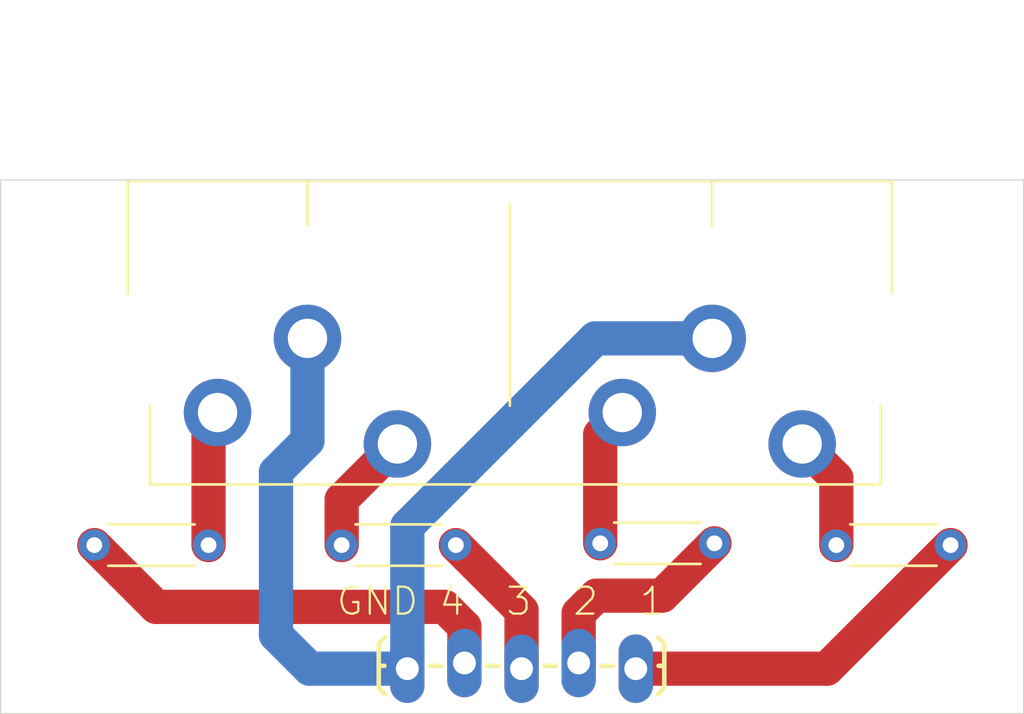
<source format=kicad_pcb>
(kicad_pcb (version 20171130) (host pcbnew 5.1.12-84ad8e8a86~92~ubuntu20.04.1)

  (general
    (thickness 1.6)
    (drawings 5)
    (tracks 28)
    (zones 0)
    (modules 10)
    (nets 10)
  )

  (page USLetter)
  (title_block
    (title "Dew Controller Interface")
    (date 2022-02-07)
    (rev 1.0.0)
    (company "StarSync Trackers")
  )

  (layers
    (0 F.Cu signal)
    (31 B.Cu signal)
    (32 B.Adhes user)
    (33 F.Adhes user)
    (34 B.Paste user)
    (35 F.Paste user)
    (36 B.SilkS user)
    (37 F.SilkS user)
    (38 B.Mask user)
    (39 F.Mask user)
    (40 Dwgs.User user)
    (41 Cmts.User user)
    (42 Eco1.User user)
    (43 Eco2.User user)
    (44 Edge.Cuts user)
    (45 Margin user)
    (46 B.CrtYd user)
    (47 F.CrtYd user)
    (48 B.Fab user)
    (49 F.Fab user)
  )

  (setup
    (last_trace_width 1.524)
    (user_trace_width 0.254)
    (user_trace_width 0.508)
    (user_trace_width 0.8128)
    (user_trace_width 1.524)
    (trace_clearance 0.1016)
    (zone_clearance 0.508)
    (zone_45_only no)
    (trace_min 0.2)
    (via_size 0.5334)
    (via_drill 0.3048)
    (via_min_size 0.4)
    (via_min_drill 0.3)
    (user_via 0.5334 0.3048)
    (user_via 0.5334 0.3048)
    (user_via 0.5334 0.3048)
    (user_via 0.5334 0.3048)
    (uvia_size 0.508)
    (uvia_drill 0.127)
    (uvias_allowed no)
    (uvia_min_size 0.2)
    (uvia_min_drill 0.1)
    (edge_width 0.05)
    (segment_width 0.2)
    (pcb_text_width 0.3)
    (pcb_text_size 1.5 1.5)
    (mod_edge_width 0.12)
    (mod_text_size 1 1)
    (mod_text_width 0.15)
    (pad_size 1.524 1.524)
    (pad_drill 0.762)
    (pad_to_mask_clearance 0)
    (aux_axis_origin 0 0)
    (visible_elements FFFFFF7F)
    (pcbplotparams
      (layerselection 0x010fc_ffffffff)
      (usegerberextensions false)
      (usegerberattributes true)
      (usegerberadvancedattributes true)
      (creategerberjobfile true)
      (excludeedgelayer true)
      (linewidth 0.100000)
      (plotframeref false)
      (viasonmask false)
      (mode 1)
      (useauxorigin false)
      (hpglpennumber 1)
      (hpglpenspeed 20)
      (hpglpendiameter 15.000000)
      (psnegative false)
      (psa4output false)
      (plotreference true)
      (plotvalue true)
      (plotinvisibletext false)
      (padsonsilk false)
      (subtractmaskfromsilk false)
      (outputformat 1)
      (mirror false)
      (drillshape 0)
      (scaleselection 1)
      (outputdirectory "gerber/"))
  )

  (net 0 "")
  (net 1 "Net-(J1-Pad1)")
  (net 2 "Net-(J1-Pad2)")
  (net 3 "Net-(J1-Pad3)")
  (net 4 "Net-(J1-Pad4)")
  (net 5 GND)
  (net 6 "Net-(TH1-Pad1)")
  (net 7 "Net-(TH2-Pad1)")
  (net 8 "Net-(TH3-Pad1)")
  (net 9 "Net-(TH4-Pad1)")

  (net_class Default "This is the default net class."
    (clearance 0.1016)
    (trace_width 0.254)
    (via_dia 0.5334)
    (via_drill 0.3048)
    (uvia_dia 0.508)
    (uvia_drill 0.127)
    (diff_pair_width 0.254)
    (diff_pair_gap 0.254)
    (add_net GND)
    (add_net "Net-(J1-Pad1)")
    (add_net "Net-(J1-Pad2)")
    (add_net "Net-(J1-Pad3)")
    (add_net "Net-(J1-Pad4)")
    (add_net "Net-(TH1-Pad1)")
    (add_net "Net-(TH2-Pad1)")
    (add_net "Net-(TH3-Pad1)")
    (add_net "Net-(TH4-Pad1)")
  )

  (module MountingHole:MountingHole_2.7mm_M2.5_ISO14580 locked (layer F.Cu) (tedit 56D1B4CB) (tstamp 62020307)
    (at 165 101.5)
    (descr "Mounting Hole 2.7mm, no annular, M2.5, ISO14580")
    (tags "mounting hole 2.7mm no annular m2.5 iso14580")
    (fp_text reference REF** (at 0 -3.25) (layer F.SilkS) hide
      (effects (font (size 1 1) (thickness 0.15)))
    )
    (fp_text value MountingHole_2.7mm_M2.5_ISO14580 (at 0 3.25) (layer F.Fab) hide
      (effects (font (size 1 1) (thickness 0.15)))
    )
    (fp_circle (center 0 0) (end 2.5 0) (layer F.CrtYd) (width 0.05))
    (fp_circle (center 0 0) (end 2.25 0) (layer Cmts.User) (width 0.15))
    (fp_text user %R (at 0.3 0) (layer F.Fab)
      (effects (font (size 1 1) (thickness 0.15)))
    )
    (pad 1 np_thru_hole circle (at 0 0) (size 2.7 2.7) (drill 2.7) (layers *.Cu *.Mask))
  )

  (module MountingHole:MountingHole_2.7mm_M2.5_ISO14580 locked (layer F.Cu) (tedit 56D1B4CB) (tstamp 620205CD)
    (at 125 119.5)
    (descr "Mounting Hole 2.7mm, no annular, M2.5, ISO14580")
    (tags "mounting hole 2.7mm no annular m2.5 iso14580")
    (fp_text reference REF** (at 0 -3.25) (layer F.SilkS) hide
      (effects (font (size 1 1) (thickness 0.15)))
    )
    (fp_text value MountingHole_2.7mm_M2.5_ISO14580 (at 0 3.25) (layer F.Fab) hide
      (effects (font (size 1 1) (thickness 0.15)))
    )
    (fp_text user %R (at 0.3 0) (layer F.Fab)
      (effects (font (size 1 1) (thickness 0.15)))
    )
    (fp_circle (center 0 0) (end 2.25 0) (layer Cmts.User) (width 0.15))
    (fp_circle (center 0 0) (end 2.5 0) (layer F.CrtYd) (width 0.05))
    (pad 1 np_thru_hole circle (at 0 0) (size 2.7 2.7) (drill 2.7) (layers *.Cu *.Mask))
  )

  (module MountingHole:MountingHole_2.7mm_M2.5_ISO14580 locked (layer F.Cu) (tedit 56D1B4CB) (tstamp 620202EB)
    (at 165 119.5)
    (descr "Mounting Hole 2.7mm, no annular, M2.5, ISO14580")
    (tags "mounting hole 2.7mm no annular m2.5 iso14580")
    (fp_text reference REF** (at 0 -3.25) (layer F.SilkS) hide
      (effects (font (size 1 1) (thickness 0.15)))
    )
    (fp_text value MountingHole_2.7mm_M2.5_ISO14580 (at 0 3.25) (layer F.Fab) hide
      (effects (font (size 1 1) (thickness 0.15)))
    )
    (fp_circle (center 0 0) (end 2.5 0) (layer F.CrtYd) (width 0.05))
    (fp_circle (center 0 0) (end 2.25 0) (layer Cmts.User) (width 0.15))
    (fp_text user %R (at 0.3 0) (layer F.Fab)
      (effects (font (size 1 1) (thickness 0.15)))
    )
    (pad 1 np_thru_hole circle (at 0 0) (size 2.7 2.7) (drill 2.7) (layers *.Cu *.Mask))
  )

  (module MountingHole:MountingHole_2.7mm_M2.5_ISO14580 locked (layer F.Cu) (tedit 56D1B4CB) (tstamp 62020324)
    (at 125 101.5)
    (descr "Mounting Hole 2.7mm, no annular, M2.5, ISO14580")
    (tags "mounting hole 2.7mm no annular m2.5 iso14580")
    (fp_text reference REF** (at 0 -3.25) (layer F.SilkS) hide
      (effects (font (size 1 1) (thickness 0.15)))
    )
    (fp_text value MountingHole_2.7mm_M2.5_ISO14580 (at 0 3.25) (layer F.Fab) hide
      (effects (font (size 1 1) (thickness 0.15)))
    )
    (fp_text user %R (at 0.3 0) (layer F.Fab)
      (effects (font (size 1 1) (thickness 0.15)))
    )
    (fp_circle (center 0 0) (end 2.25 0) (layer Cmts.User) (width 0.15))
    (fp_circle (center 0 0) (end 2.5 0) (layer F.CrtYd) (width 0.05))
    (pad 1 np_thru_hole circle (at 0 0) (size 2.7 2.7) (drill 2.7) (layers *.Cu *.Mask))
  )

  (module Connectors:1X05_LOCK_LONGPADS (layer F.Cu) (tedit 5963D411) (tstamp 62020699)
    (at 150.5 120.5 180)
    (descr "PLATED THROUGH HOLE - 5 PIN LONG PAD WITH LOCKING FOOTPRINT")
    (tags "PLATED THROUGH HOLE - 5 PIN LONG PAD WITH LOCKING FOOTPRINT")
    (path /6202E828)
    (attr virtual)
    (fp_text reference J1 (at 0 -2.159) (layer F.SilkS) hide
      (effects (font (size 0.6096 0.6096) (thickness 0.127)))
    )
    (fp_text value Screw_Terminal_01x05 (at 0 2.286) (layer F.SilkS) hide
      (effects (font (size 0.6096 0.6096) (thickness 0.127)))
    )
    (fp_line (start 11.43 -0.8636) (end 11.1506 -1.143) (layer F.SilkS) (width 0.2032))
    (fp_line (start 11.43 0.127) (end 11.43 -0.8636) (layer F.SilkS) (width 0.2032))
    (fp_line (start 11.43 1.1176) (end 11.1506 1.397) (layer F.SilkS) (width 0.2032))
    (fp_line (start 11.43 0.127) (end 11.43 1.1176) (layer F.SilkS) (width 0.2032))
    (fp_line (start 11.43 0.127) (end 11.176 0.127) (layer F.SilkS) (width 0.2032))
    (fp_line (start -1.27 1.1176) (end -0.9906 1.397) (layer F.SilkS) (width 0.2032))
    (fp_line (start -1.27 0.127) (end -1.27 1.1176) (layer F.SilkS) (width 0.2032))
    (fp_line (start -1.27 -0.8636) (end -0.9906 -1.143) (layer F.SilkS) (width 0.2032))
    (fp_line (start -1.27 0.127) (end -1.27 -0.8636) (layer F.SilkS) (width 0.2032))
    (fp_line (start -1.27 0.127) (end -1.016 0.127) (layer F.SilkS) (width 0.2032))
    (fp_line (start 9.144 0.127) (end 8.636 0.127) (layer F.SilkS) (width 0.2032))
    (fp_line (start 6.604 0.127) (end 6.096 0.127) (layer F.SilkS) (width 0.2032))
    (fp_line (start 4.064 0.127) (end 3.556 0.127) (layer F.SilkS) (width 0.2032))
    (fp_line (start 1.524 0.127) (end 1.016 0.127) (layer F.SilkS) (width 0.2032))
    (pad 1 thru_hole oval (at 0 0) (size 1.524 3.048) (drill 1.016) (layers *.Cu *.Mask)
      (net 1 "Net-(J1-Pad1)") (solder_mask_margin 0.1016))
    (pad 2 thru_hole oval (at 2.54 0.254) (size 1.524 3.048) (drill 1.016) (layers *.Cu *.Mask)
      (net 2 "Net-(J1-Pad2)") (solder_mask_margin 0.1016))
    (pad 3 thru_hole oval (at 5.08 0) (size 1.524 3.048) (drill 1.016) (layers *.Cu *.Mask)
      (net 3 "Net-(J1-Pad3)") (solder_mask_margin 0.1016))
    (pad 4 thru_hole oval (at 7.62 0.254) (size 1.524 3.048) (drill 1.016) (layers *.Cu *.Mask)
      (net 4 "Net-(J1-Pad4)") (solder_mask_margin 0.1016))
    (pad 5 thru_hole oval (at 10.16 0) (size 1.524 3.048) (drill 1.016) (layers *.Cu *.Mask)
      (net 5 GND) (solder_mask_margin 0.1016))
  )

  (module Resistor_THT:R_Axial_DIN0204_L3.6mm_D1.6mm_P5.08mm_Horizontal (layer F.Cu) (tedit 5AE5139B) (tstamp 6201F8BE)
    (at 159.42 115)
    (descr "Resistor, Axial_DIN0204 series, Axial, Horizontal, pin pitch=5.08mm, 0.167W, length*diameter=3.6*1.6mm^2, http://cdn-reichelt.de/documents/datenblatt/B400/1_4W%23YAG.pdf")
    (tags "Resistor Axial_DIN0204 series Axial Horizontal pin pitch 5.08mm 0.167W length 3.6mm diameter 1.6mm")
    (path /6201E896)
    (fp_text reference TH1 (at 2.54 -1.92) (layer F.SilkS) hide
      (effects (font (size 1 1) (thickness 0.15)))
    )
    (fp_text value Thermistor_PTC (at 2.54 1.92) (layer F.Fab) hide
      (effects (font (size 1 1) (thickness 0.15)))
    )
    (fp_text user %R (at 2.54 0) (layer F.Fab) hide
      (effects (font (size 0.72 0.72) (thickness 0.108)))
    )
    (fp_line (start 0.74 -0.8) (end 0.74 0.8) (layer F.Fab) (width 0.1))
    (fp_line (start 0.74 0.8) (end 4.34 0.8) (layer F.Fab) (width 0.1))
    (fp_line (start 4.34 0.8) (end 4.34 -0.8) (layer F.Fab) (width 0.1))
    (fp_line (start 4.34 -0.8) (end 0.74 -0.8) (layer F.Fab) (width 0.1))
    (fp_line (start 0 0) (end 0.74 0) (layer F.Fab) (width 0.1))
    (fp_line (start 5.08 0) (end 4.34 0) (layer F.Fab) (width 0.1))
    (fp_line (start 0.62 -0.92) (end 4.46 -0.92) (layer F.SilkS) (width 0.12))
    (fp_line (start 0.62 0.92) (end 4.46 0.92) (layer F.SilkS) (width 0.12))
    (fp_line (start -0.95 -1.05) (end -0.95 1.05) (layer F.CrtYd) (width 0.05))
    (fp_line (start -0.95 1.05) (end 6.03 1.05) (layer F.CrtYd) (width 0.05))
    (fp_line (start 6.03 1.05) (end 6.03 -1.05) (layer F.CrtYd) (width 0.05))
    (fp_line (start 6.03 -1.05) (end -0.95 -1.05) (layer F.CrtYd) (width 0.05))
    (pad 2 thru_hole oval (at 5.08 0) (size 1.4 1.4) (drill 0.7) (layers *.Cu *.Mask)
      (net 1 "Net-(J1-Pad1)"))
    (pad 1 thru_hole circle (at 0 0) (size 1.4 1.4) (drill 0.7) (layers *.Cu *.Mask)
      (net 6 "Net-(TH1-Pad1)"))
    (model ${KISYS3DMOD}/Resistor_THT.3dshapes/R_Axial_DIN0204_L3.6mm_D1.6mm_P5.08mm_Horizontal.wrl
      (at (xyz 0 0 0))
      (scale (xyz 1 1 1))
      (rotate (xyz 0 0 0))
    )
  )

  (module Resistor_THT:R_Axial_DIN0204_L3.6mm_D1.6mm_P5.08mm_Horizontal (layer F.Cu) (tedit 5AE5139B) (tstamp 6201F658)
    (at 148.92 114.92)
    (descr "Resistor, Axial_DIN0204 series, Axial, Horizontal, pin pitch=5.08mm, 0.167W, length*diameter=3.6*1.6mm^2, http://cdn-reichelt.de/documents/datenblatt/B400/1_4W%23YAG.pdf")
    (tags "Resistor Axial_DIN0204 series Axial Horizontal pin pitch 5.08mm 0.167W length 3.6mm diameter 1.6mm")
    (path /6201DFD6)
    (fp_text reference TH2 (at 2.54 -1.92) (layer F.SilkS) hide
      (effects (font (size 1 1) (thickness 0.15)))
    )
    (fp_text value Thermistor_PTC (at 2.54 1.92) (layer F.Fab) hide
      (effects (font (size 1 1) (thickness 0.15)))
    )
    (fp_line (start 6.03 -1.05) (end -0.95 -1.05) (layer F.CrtYd) (width 0.05))
    (fp_line (start 6.03 1.05) (end 6.03 -1.05) (layer F.CrtYd) (width 0.05))
    (fp_line (start -0.95 1.05) (end 6.03 1.05) (layer F.CrtYd) (width 0.05))
    (fp_line (start -0.95 -1.05) (end -0.95 1.05) (layer F.CrtYd) (width 0.05))
    (fp_line (start 0.62 0.92) (end 4.46 0.92) (layer F.SilkS) (width 0.12))
    (fp_line (start 0.62 -0.92) (end 4.46 -0.92) (layer F.SilkS) (width 0.12))
    (fp_line (start 5.08 0) (end 4.34 0) (layer F.Fab) (width 0.1))
    (fp_line (start 0 0) (end 0.74 0) (layer F.Fab) (width 0.1))
    (fp_line (start 4.34 -0.8) (end 0.74 -0.8) (layer F.Fab) (width 0.1))
    (fp_line (start 4.34 0.8) (end 4.34 -0.8) (layer F.Fab) (width 0.1))
    (fp_line (start 0.74 0.8) (end 4.34 0.8) (layer F.Fab) (width 0.1))
    (fp_line (start 0.74 -0.8) (end 0.74 0.8) (layer F.Fab) (width 0.1))
    (fp_text user %R (at 2.54 0) (layer F.Fab) hide
      (effects (font (size 0.72 0.72) (thickness 0.108)))
    )
    (pad 1 thru_hole circle (at 0 0) (size 1.4 1.4) (drill 0.7) (layers *.Cu *.Mask)
      (net 7 "Net-(TH2-Pad1)"))
    (pad 2 thru_hole oval (at 5.08 0) (size 1.4 1.4) (drill 0.7) (layers *.Cu *.Mask)
      (net 2 "Net-(J1-Pad2)"))
    (model ${KISYS3DMOD}/Resistor_THT.3dshapes/R_Axial_DIN0204_L3.6mm_D1.6mm_P5.08mm_Horizontal.wrl
      (at (xyz 0 0 0))
      (scale (xyz 1 1 1))
      (rotate (xyz 0 0 0))
    )
  )

  (module Resistor_THT:R_Axial_DIN0204_L3.6mm_D1.6mm_P5.08mm_Horizontal (layer F.Cu) (tedit 5AE5139B) (tstamp 6201F66B)
    (at 137.42 115)
    (descr "Resistor, Axial_DIN0204 series, Axial, Horizontal, pin pitch=5.08mm, 0.167W, length*diameter=3.6*1.6mm^2, http://cdn-reichelt.de/documents/datenblatt/B400/1_4W%23YAG.pdf")
    (tags "Resistor Axial_DIN0204 series Axial Horizontal pin pitch 5.08mm 0.167W length 3.6mm diameter 1.6mm")
    (path /6201BB92)
    (fp_text reference TH3 (at 2.54 -1.92) (layer F.SilkS) hide
      (effects (font (size 1 1) (thickness 0.15)))
    )
    (fp_text value Thermistor_PTC (at 2.54 1.92) (layer F.Fab) hide
      (effects (font (size 1 1) (thickness 0.15)))
    )
    (fp_text user %R (at 2.54 0) (layer F.Fab) hide
      (effects (font (size 0.72 0.72) (thickness 0.108)))
    )
    (fp_line (start 0.74 -0.8) (end 0.74 0.8) (layer F.Fab) (width 0.1))
    (fp_line (start 0.74 0.8) (end 4.34 0.8) (layer F.Fab) (width 0.1))
    (fp_line (start 4.34 0.8) (end 4.34 -0.8) (layer F.Fab) (width 0.1))
    (fp_line (start 4.34 -0.8) (end 0.74 -0.8) (layer F.Fab) (width 0.1))
    (fp_line (start 0 0) (end 0.74 0) (layer F.Fab) (width 0.1))
    (fp_line (start 5.08 0) (end 4.34 0) (layer F.Fab) (width 0.1))
    (fp_line (start 0.62 -0.92) (end 4.46 -0.92) (layer F.SilkS) (width 0.12))
    (fp_line (start 0.62 0.92) (end 4.46 0.92) (layer F.SilkS) (width 0.12))
    (fp_line (start -0.95 -1.05) (end -0.95 1.05) (layer F.CrtYd) (width 0.05))
    (fp_line (start -0.95 1.05) (end 6.03 1.05) (layer F.CrtYd) (width 0.05))
    (fp_line (start 6.03 1.05) (end 6.03 -1.05) (layer F.CrtYd) (width 0.05))
    (fp_line (start 6.03 -1.05) (end -0.95 -1.05) (layer F.CrtYd) (width 0.05))
    (pad 2 thru_hole oval (at 5.08 0) (size 1.4 1.4) (drill 0.7) (layers *.Cu *.Mask)
      (net 3 "Net-(J1-Pad3)"))
    (pad 1 thru_hole circle (at 0 0) (size 1.4 1.4) (drill 0.7) (layers *.Cu *.Mask)
      (net 8 "Net-(TH3-Pad1)"))
    (model ${KISYS3DMOD}/Resistor_THT.3dshapes/R_Axial_DIN0204_L3.6mm_D1.6mm_P5.08mm_Horizontal.wrl
      (at (xyz 0 0 0))
      (scale (xyz 1 1 1))
      (rotate (xyz 0 0 0))
    )
  )

  (module Resistor_THT:R_Axial_DIN0204_L3.6mm_D1.6mm_P5.08mm_Horizontal (layer F.Cu) (tedit 5AE5139B) (tstamp 6201F67E)
    (at 131.5 115 180)
    (descr "Resistor, Axial_DIN0204 series, Axial, Horizontal, pin pitch=5.08mm, 0.167W, length*diameter=3.6*1.6mm^2, http://cdn-reichelt.de/documents/datenblatt/B400/1_4W%23YAG.pdf")
    (tags "Resistor Axial_DIN0204 series Axial Horizontal pin pitch 5.08mm 0.167W length 3.6mm diameter 1.6mm")
    (path /6201A4FE)
    (fp_text reference TH4 (at 2.54 -1.92) (layer F.SilkS) hide
      (effects (font (size 1 1) (thickness 0.15)))
    )
    (fp_text value Thermistor_PTC (at 2.54 1.92) (layer F.Fab) hide
      (effects (font (size 1 1) (thickness 0.15)))
    )
    (fp_line (start 6.03 -1.05) (end -0.95 -1.05) (layer F.CrtYd) (width 0.05))
    (fp_line (start 6.03 1.05) (end 6.03 -1.05) (layer F.CrtYd) (width 0.05))
    (fp_line (start -0.95 1.05) (end 6.03 1.05) (layer F.CrtYd) (width 0.05))
    (fp_line (start -0.95 -1.05) (end -0.95 1.05) (layer F.CrtYd) (width 0.05))
    (fp_line (start 0.62 0.92) (end 4.46 0.92) (layer F.SilkS) (width 0.12))
    (fp_line (start 0.62 -0.92) (end 4.46 -0.92) (layer F.SilkS) (width 0.12))
    (fp_line (start 5.08 0) (end 4.34 0) (layer F.Fab) (width 0.1))
    (fp_line (start 0 0) (end 0.74 0) (layer F.Fab) (width 0.1))
    (fp_line (start 4.34 -0.8) (end 0.74 -0.8) (layer F.Fab) (width 0.1))
    (fp_line (start 4.34 0.8) (end 4.34 -0.8) (layer F.Fab) (width 0.1))
    (fp_line (start 0.74 0.8) (end 4.34 0.8) (layer F.Fab) (width 0.1))
    (fp_line (start 0.74 -0.8) (end 0.74 0.8) (layer F.Fab) (width 0.1))
    (fp_text user %R (at 2.54 0) (layer F.Fab) hide
      (effects (font (size 0.72 0.72) (thickness 0.108)))
    )
    (pad 1 thru_hole circle (at 0 0 180) (size 1.4 1.4) (drill 0.7) (layers *.Cu *.Mask)
      (net 9 "Net-(TH4-Pad1)"))
    (pad 2 thru_hole oval (at 5.08 0 180) (size 1.4 1.4) (drill 0.7) (layers *.Cu *.Mask)
      (net 4 "Net-(J1-Pad4)"))
    (model ${KISYS3DMOD}/Resistor_THT.3dshapes/R_Axial_DIN0204_L3.6mm_D1.6mm_P5.08mm_Horizontal.wrl
      (at (xyz 0 0 0))
      (scale (xyz 1 1 1))
      (rotate (xyz 0 0 0))
    )
  )

  (module custom_footprints:4ucon09619_4audio (layer F.Cu) (tedit 62019E9D) (tstamp 6201F699)
    (at 144.9 105.8 180)
    (path /620220BA)
    (fp_text reference U1 (at -0.2 -7.9 180) (layer F.SilkS) hide
      (effects (font (size 3 3) (thickness 0.3)))
    )
    (fp_text value 4uconn09619_4audio (at 9 -8) (layer F.Fab) hide
      (effects (font (size 1 1) (thickness 0.15)))
    )
    (fp_line (start -16.5 -3) (end -16.5 -6.5) (layer F.SilkS) (width 0.12))
    (fp_line (start 16 -6.5) (end 16 -3) (layer F.SilkS) (width 0.12))
    (fp_line (start -16.5 -6.5) (end 16 -6.5) (layer F.SilkS) (width 0.12))
    (fp_line (start 0 6) (end 0 -3) (layer F.SilkS) (width 0.12))
    (fp_line (start 13 15) (end 13 7) (layer Eco1.User) (width 0.12))
    (fp_line (start 5 15) (end 13 15) (layer Eco1.User) (width 0.12))
    (fp_line (start 5 7) (end 5 15) (layer Eco1.User) (width 0.12))
    (fp_line (start -5 15) (end -5 7) (layer Eco1.User) (width 0.12))
    (fp_line (start -13 15) (end -5 15) (layer Eco1.User) (width 0.12))
    (fp_line (start -13 7) (end -13 15) (layer Eco1.User) (width 0.12))
    (fp_line (start -9 7) (end -9 5) (layer F.SilkS) (width 0.12))
    (fp_line (start 9 7) (end 9 5) (layer F.SilkS) (width 0.12))
    (fp_line (start -17 7) (end -17 2) (layer F.SilkS) (width 0.12))
    (fp_line (start 17 7) (end 17 2) (layer F.SilkS) (width 0.12))
    (fp_line (start -17 7) (end 17 7) (layer F.SilkS) (width 0.12))
    (pad 1 thru_hole circle (at -13 -4.7 180) (size 3 3) (drill 1.75) (layers *.Cu *.Mask)
      (net 6 "Net-(TH1-Pad1)"))
    (pad 2 thru_hole circle (at -5 -3.3 180) (size 3 3) (drill 1.75) (layers *.Cu *.Mask)
      (net 7 "Net-(TH2-Pad1)"))
    (pad 3 thru_hole circle (at 5 -4.7 180) (size 3 3) (drill 1.75) (layers *.Cu *.Mask)
      (net 8 "Net-(TH3-Pad1)"))
    (pad 4 thru_hole circle (at 13 -3.3 180) (size 3 3) (drill 1.75) (layers *.Cu *.Mask)
      (net 9 "Net-(TH4-Pad1)"))
    (pad 5 thru_hole circle (at -9 0 180) (size 3 3) (drill 1.75) (layers *.Cu *.Mask)
      (net 5 GND))
    (pad 6 thru_hole circle (at 9 0 180) (size 3 3) (drill 1.75) (layers *.Cu *.Mask)
      (net 5 GND))
    (pad "" np_thru_hole circle (at -16.15 -0.5 180) (size 4 4) (drill 4) (layers *.Cu *.Mask))
    (pad "" np_thru_hole circle (at 16.15 -0.5 180) (size 4 4) (drill 4) (layers *.Cu *.Mask))
  )

  (gr_line (start 122.25 122.5) (end 122.25 98.75) (layer Edge.Cuts) (width 0.05) (tstamp 6202063E))
  (gr_line (start 167.75 122.5) (end 167.75 98.75) (layer Edge.Cuts) (width 0.05) (tstamp 620205F9))
  (gr_line (start 122.25 122.5) (end 167.75 122.5) (layer Edge.Cuts) (width 0.05))
  (gr_line (start 122.25 98.75) (end 167.75 98.75) (layer Edge.Cuts) (width 0.05))
  (gr_text "GND 4  3  2  1" (at 144.5 117.5) (layer F.SilkS)
    (effects (font (size 1.2 1.2) (thickness 0.1)))
  )

  (segment (start 159 120.5) (end 164.5 115) (width 1.524) (layer F.Cu) (net 1))
  (segment (start 150.5 120.5) (end 159 120.5) (width 1.524) (layer F.Cu) (net 1))
  (segment (start 147.96 120.246) (end 147.96 118.04) (width 1.524) (layer F.Cu) (net 2))
  (segment (start 147.96 118.04) (end 148.75 117.25) (width 1.524) (layer F.Cu) (net 2))
  (segment (start 151.67 117.25) (end 154 114.92) (width 1.524) (layer F.Cu) (net 2))
  (segment (start 148.75 117.25) (end 151.67 117.25) (width 1.524) (layer F.Cu) (net 2))
  (segment (start 145.42 117.92) (end 142.5 115) (width 1.524) (layer F.Cu) (net 3))
  (segment (start 145.42 120.5) (end 145.42 117.92) (width 1.524) (layer F.Cu) (net 3))
  (segment (start 142.88 120.246) (end 142.88 118.63) (width 1.524) (layer F.Cu) (net 4))
  (segment (start 142.88 118.63) (end 142 117.75) (width 1.524) (layer F.Cu) (net 4))
  (segment (start 129.17 117.75) (end 126.42 115) (width 1.524) (layer F.Cu) (net 4))
  (segment (start 142 117.75) (end 129.17 117.75) (width 1.524) (layer F.Cu) (net 4))
  (segment (start 135.9 105.8) (end 135.9 110.35) (width 1.524) (layer B.Cu) (net 5))
  (segment (start 135.9 110.35) (end 134.5 111.75) (width 1.524) (layer B.Cu) (net 5))
  (segment (start 134.5 111.75) (end 134.5 119) (width 1.524) (layer B.Cu) (net 5))
  (segment (start 136 120.5) (end 140.34 120.5) (width 1.524) (layer B.Cu) (net 5))
  (segment (start 134.5 119) (end 136 120.5) (width 1.524) (layer B.Cu) (net 5))
  (segment (start 148.7 105.8) (end 153.9 105.8) (width 1.524) (layer B.Cu) (net 5))
  (segment (start 140.34 114.16) (end 148.7 105.8) (width 1.524) (layer B.Cu) (net 5))
  (segment (start 140.34 120.5) (end 140.34 114.16) (width 1.524) (layer B.Cu) (net 5))
  (segment (start 159.42 112.02) (end 157.9 110.5) (width 1.524) (layer F.Cu) (net 6))
  (segment (start 159.42 115) (end 159.42 112.02) (width 1.524) (layer F.Cu) (net 6))
  (segment (start 148.92 110.08) (end 149.9 109.1) (width 1.524) (layer F.Cu) (net 7))
  (segment (start 148.92 114.92) (end 148.92 110.08) (width 1.524) (layer F.Cu) (net 7))
  (segment (start 137.42 112.98) (end 139.9 110.5) (width 1.524) (layer F.Cu) (net 8))
  (segment (start 137.42 115) (end 137.42 112.98) (width 1.524) (layer F.Cu) (net 8))
  (segment (start 131.5 109.5) (end 131.9 109.1) (width 1.524) (layer F.Cu) (net 9))
  (segment (start 131.5 115) (end 131.5 109.5) (width 1.524) (layer F.Cu) (net 9))

)

</source>
